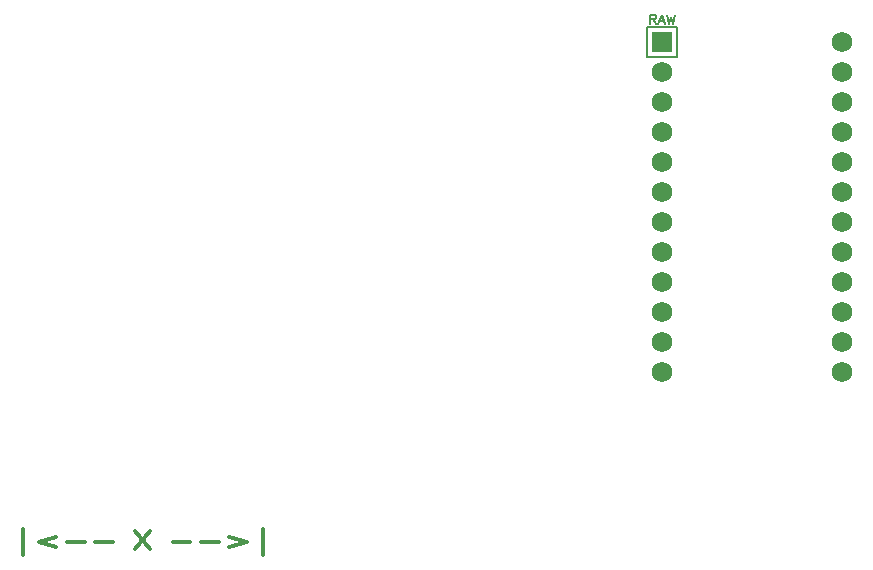
<source format=gbr>
%TF.GenerationSoftware,KiCad,Pcbnew,6.99.0-1.20220203gita970acd.fc35*%
%TF.CreationDate,2022-02-04T17:37:59+01:00*%
%TF.ProjectId,b34rclaw,62333472-636c-4617-972e-6b696361645f,v1.0.0*%
%TF.SameCoordinates,Original*%
%TF.FileFunction,Legend,Top*%
%TF.FilePolarity,Positive*%
%FSLAX46Y46*%
G04 Gerber Fmt 4.6, Leading zero omitted, Abs format (unit mm)*
G04 Created by KiCad (PCBNEW 6.99.0-1.20220203gita970acd.fc35) date 2022-02-04 17:37:59*
%MOMM*%
%LPD*%
G01*
G04 APERTURE LIST*
%ADD10C,0.300000*%
%ADD11C,0.150000*%
%ADD12R,1.752600X1.752600*%
%ADD13C,1.752600*%
G04 APERTURE END LIST*
D10*
X201314268Y-149098571D02*
X201314268Y-146955714D01*
X204169220Y-147598571D02*
X202695696Y-148027142D01*
X202695696Y-148027142D02*
X204169220Y-148455714D01*
X205090172Y-148027142D02*
X206563696Y-148027142D01*
X207484648Y-148027142D02*
X208958172Y-148027142D01*
X210855333Y-147098571D02*
X212144667Y-148598571D01*
X212144667Y-147098571D02*
X210855333Y-148598571D01*
X214041828Y-148027142D02*
X215515352Y-148027142D01*
X216436304Y-148027142D02*
X217909828Y-148027142D01*
X218830780Y-147598571D02*
X220304304Y-148027142D01*
X220304304Y-148027142D02*
X218830780Y-148455714D01*
X221685732Y-149098571D02*
X221685732Y-146955714D01*
D11*
%TO.C,MCU1*%
X254923020Y-104167704D02*
X254656353Y-103786752D01*
X254465877Y-104167704D02*
X254465877Y-103367704D01*
X254465877Y-103367704D02*
X254770639Y-103367704D01*
X254770639Y-103367704D02*
X254846829Y-103405800D01*
X254846829Y-103405800D02*
X254884924Y-103443895D01*
X254884924Y-103443895D02*
X254923020Y-103520085D01*
X254923020Y-103520085D02*
X254923020Y-103634371D01*
X254923020Y-103634371D02*
X254884924Y-103710561D01*
X254884924Y-103710561D02*
X254846829Y-103748657D01*
X254846829Y-103748657D02*
X254770639Y-103786752D01*
X254770639Y-103786752D02*
X254465877Y-103786752D01*
X255227781Y-103939133D02*
X255608734Y-103939133D01*
X255151591Y-104167704D02*
X255418258Y-103367704D01*
X255418258Y-103367704D02*
X255684924Y-104167704D01*
X255875400Y-103367704D02*
X256065876Y-104167704D01*
X256065876Y-104167704D02*
X256218257Y-103596276D01*
X256218257Y-103596276D02*
X256370638Y-104167704D01*
X256370638Y-104167704D02*
X256561115Y-103367704D01*
X256720000Y-104390000D02*
X254180000Y-104390000D01*
X256720000Y-104390000D02*
X256720000Y-106930000D01*
X254180000Y-104390000D02*
X254180000Y-106930000D01*
X256720000Y-106930000D02*
X254180000Y-106930000D01*
%TD*%
D12*
%TO.C,MCU1*%
X255449999Y-105659999D03*
D13*
X255450000Y-108200000D03*
X255450000Y-110740000D03*
X255450000Y-113280000D03*
X255450000Y-115820000D03*
X255450000Y-118360000D03*
X255450000Y-120900000D03*
X255450000Y-123440000D03*
X255450000Y-125980000D03*
X255450000Y-128520000D03*
X255450000Y-131060000D03*
X255450000Y-133600000D03*
X270690000Y-105660000D03*
X270690000Y-108200000D03*
X270690000Y-110740000D03*
X270690000Y-113280000D03*
X270690000Y-115820000D03*
X270690000Y-118360000D03*
X270690000Y-120900000D03*
X270690000Y-123440000D03*
X270690000Y-125980000D03*
X270690000Y-128520000D03*
X270690000Y-131060000D03*
X270690000Y-133600000D03*
%TD*%
M02*

</source>
